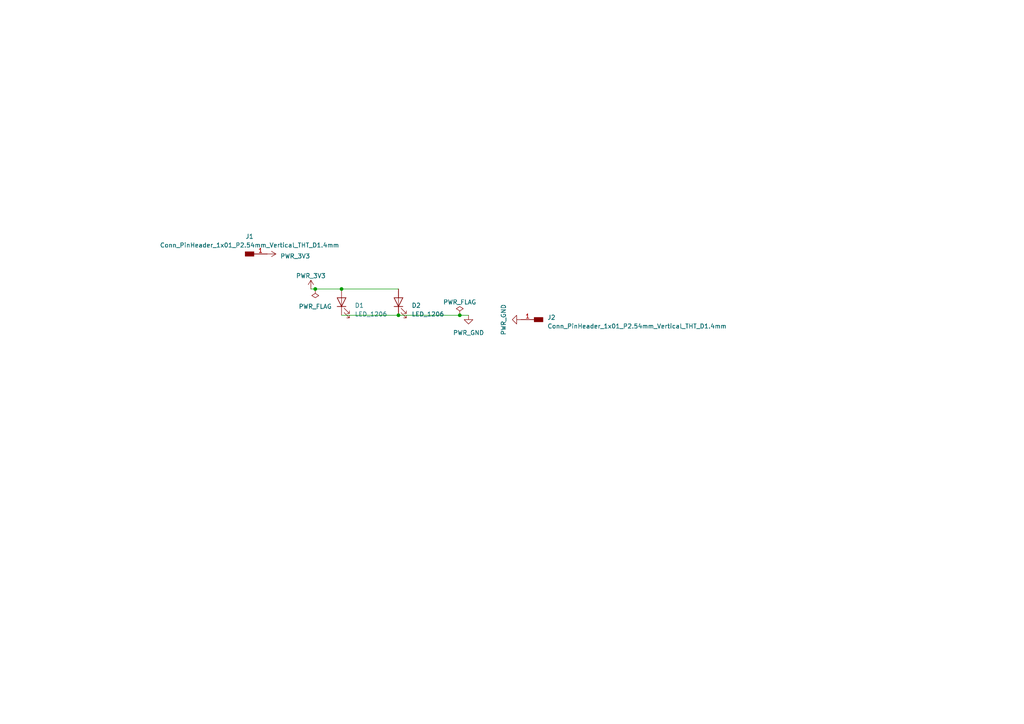
<source format=kicad_sch>
(kicad_sch (version 20230121) (generator eeschema)
  (paper "A4")
  (lib_symbols
    (symbol "fab:Conn_PinHeader_1x01_P2.54mm_Vertical_THT_D1.4mm" (pin_names (offset 1.016) hide)
      (property "Reference" "J" (at 0 2.54 0))
      (property "Value" "Conn_PinHeader_1x01_P2.54mm_Vertical_THT_D1.4mm" (at 0 -2.54 0))
      (symbol "Conn_PinHeader_1x01_P2.54mm_Vertical_THT_D1.4mm_1_1"
        (rectangle (start -1.27 0.635) (end 1.27 -0.635) (stroke (width 0.1524)) (fill (type outline)))
        (pin passive line (at 5.08 0 180) (length 3.81) (name "Pin_1") (number "1"))
      )
    )
    (symbol "fab:LED_1206" (pin_numbers hide) (pin_names (offset 1.016) hide)
      (property "Reference" "D" (at 0 2.54 0))
      (property "Value" "LED_1206" (at 0 -2.54 0))
      (symbol "LED_1206_0_1"
        (polyline (pts (xy -1.27 -1.27) (xy -1.27 1.27)) (stroke (width 0.2032)))
        (polyline (pts (xy -1.27 0) (xy 1.27 0)))
        (polyline (pts (xy 1.27 -1.27) (xy 1.27 1.27) (xy -1.27 0) (xy 1.27 -1.27)) (stroke (width 0.2032)))
        (polyline (pts (xy -3.048 -0.762) (xy -4.572 -2.286) (xy -3.81 -2.286) (xy -4.572 -2.286) (xy -4.572 -1.524)))
        (polyline (pts (xy -1.778 -0.762) (xy -3.302 -2.286) (xy -2.54 -2.286) (xy -3.302 -2.286) (xy -3.302 -1.524)))
      )
      (symbol "LED_1206_1_1"
        (pin passive line (at -3.81 0 0) (length 2.54) (name "K") (number "1"))
        (pin passive line (at 3.81 0 180) (length 2.54) (name "A") (number "2"))
      )
    )
    (symbol "fab:PWR_3V3" (power) (pin_names (offset 0))
      (property "Value" "PWR_3V3" (at 0 3.556 0))
      (symbol "PWR_3V3_0_1"
        (polyline (pts (xy -0.762 1.27) (xy 0 2.54)))
        (polyline (pts (xy 0 0) (xy 0 2.54)))
        (polyline (pts (xy 0 2.54) (xy 0.762 1.27)))
      )
      (symbol "PWR_3V3_1_1"
        (pin power_in line (at 0 0 90) (length 0) hide (name "PWR_3V3") (number "1"))
      )
    )
    (symbol "fab:PWR_FLAG" (power) (pin_numbers hide) (pin_names (offset 0) hide)
      (property "Value" "PWR_FLAG" (at 0 3.81 0))
      (symbol "PWR_FLAG_0_0"
        (pin power_out line (at 0 0 90) (length 0) (name "PWR_FLAG") (number "1"))
      )
      (symbol "PWR_FLAG_0_1"
        (polyline (pts (xy 0 0) (xy 0 1.27) (xy -1.016 1.905) (xy 0 2.54) (xy 1.016 1.905) (xy 0 1.27)))
      )
    )
    (symbol "fab:PWR_GND" (power) (pin_names (offset 0))
      (property "Value" "PWR_GND" (at 0 -3.81 0))
      (symbol "PWR_GND_0_1"
        (polyline (pts (xy 0 0) (xy 0 -1.27) (xy 1.27 -1.27) (xy 0 -2.54) (xy -1.27 -1.27) (xy 0 -1.27)))
      )
      (symbol "PWR_GND_1_1"
        (pin power_in line (at 0 0 270) (length 0) hide (name "PWR_GND") (number "1"))
      )
    )
  )
  (junction (at 91.44 83.82))
  (junction (at 115.57 91.44))
  (junction (at 99.06 83.82))
  (junction (at 133.35 91.44))
  (wire (pts (xy 115.57 91.44) (xy 133.35 91.44)))
  (wire (pts (xy 99.06 91.44) (xy 115.57 91.44)))
  (wire (pts (xy 91.44 83.82) (xy 99.06 83.82)))
  (wire (pts (xy 90.17 83.82) (xy 91.44 83.82)))
  (wire (pts (xy 133.35 91.44) (xy 135.89 91.44)))
  (wire (pts (xy 99.06 83.82) (xy 115.57 83.82)))
  (symbol (lib_id "fab:PWR_GND") (at 151.13 92.71 270) (unit 1)
    (property "Reference" "#PWR04" (effects hide))
    (property "Value" "PWR_GND" (at 146.05 92.71 0))
  )
  (symbol (lib_id "fab:Conn_PinHeader_1x01_P2.54mm_Vertical_THT_D1.4mm") (at 156.21 92.71 180) (unit 1)
    (property "Reference" "J2" (at 158.75 92.075 0) (effects (justify right)))
    (property "Value" "Conn_PinHeader_1x01_P2.54mm_Vertical_THT_D1.4mm" (at 158.75 94.615 0) (effects (justify right)))
    (property "Footprint" "fab:PinHeader_1x01_P2.54mm_Vertical_THT_D1.4mm" (effects hide))
  )
  (symbol (lib_id "fab:Conn_PinHeader_1x01_P2.54mm_Vertical_THT_D1.4mm") (at 72.39 73.66 0) (unit 1)
    (property "Reference" "J1" (at 72.39 68.58 0))
    (property "Value" "Conn_PinHeader_1x01_P2.54mm_Vertical_THT_D1.4mm" (at 72.39 71.12 0))
    (property "Footprint" "fab:PinHeader_1x01_P2.54mm_Vertical_THT_D1.4mm" (effects hide))
  )
  (symbol (lib_id "fab:LED_1206") (at 99.06 87.63 90) (unit 1)
    (property "Reference" "D1" (at 102.87 88.5952 90) (effects (justify right)))
    (property "Value" "LED_1206" (at 102.87 91.1352 90) (effects (justify right)))
    (property "Footprint" "fab:LED_1206" (effects hide))
    (property "Datasheet" "https://optoelectronics.liteon.com/upload/download/DS-22-98-0002/LTST-C150CKT.pdf" (effects hide))
  )
  (symbol (lib_id "fab:PWR_3V3") (at 77.47 73.66 270) (unit 1)
    (property "Reference" "#PWR03" (effects hide))
    (property "Value" "PWR_3V3" (at 81.28 74.295 90) (effects (justify left)))
  )
  (symbol (lib_id "fab:LED_1206") (at 115.57 87.63 90) (unit 1)
    (property "Reference" "D2" (at 119.38 88.5952 90) (effects (justify right)))
    (property "Value" "LED_1206" (at 119.38 91.1352 90) (effects (justify right)))
    (property "Footprint" "fab:LED_1206" (effects hide))
    (property "Datasheet" "https://optoelectronics.liteon.com/upload/download/DS-22-98-0002/LTST-C150CKT.pdf" (effects hide))
  )
  (symbol (lib_id "fab:PWR_3V3") (at 90.17 83.82 0) (unit 1)
    (property "Reference" "#PWR01" (effects hide))
    (property "Value" "PWR_3V3" (at 90.17 80.01 0))
  )
  (symbol (lib_id "fab:PWR_GND") (at 135.89 91.44 0) (unit 1)
    (property "Reference" "#PWR02" (effects hide))
    (property "Value" "PWR_GND" (at 135.89 96.52 0))
  )
  (symbol (lib_id "fab:PWR_FLAG") (at 91.44 83.82 180) (unit 1)
    (property "Reference" "#FLG01" (effects hide))
    (property "Value" "PWR_FLAG" (at 91.44 88.9 0))
  )
  (symbol (lib_id "fab:PWR_FLAG") (at 133.35 91.44 0) (unit 1)
    (property "Reference" "#FLG02" (effects hide))
    (property "Value" "PWR_FLAG" (at 133.35 87.63 0))
  )
)
</source>
